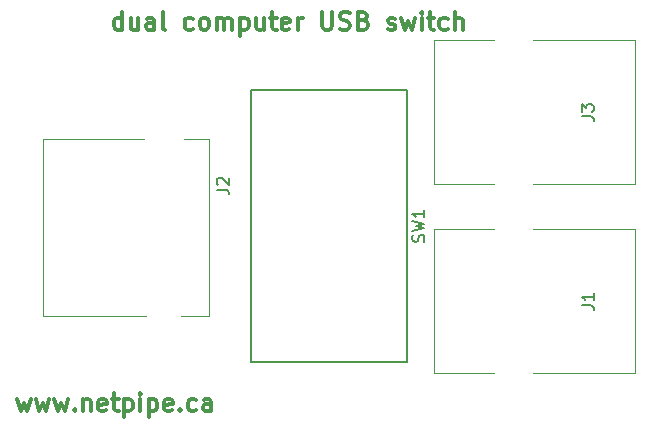
<source format=gbr>
G04 #@! TF.FileFunction,Legend,Top*
%FSLAX46Y46*%
G04 Gerber Fmt 4.6, Leading zero omitted, Abs format (unit mm)*
G04 Created by KiCad (PCBNEW 4.0.7) date Tue May  5 03:45:28 2020*
%MOMM*%
%LPD*%
G01*
G04 APERTURE LIST*
%ADD10C,0.100000*%
%ADD11C,0.300000*%
%ADD12C,0.120000*%
%ADD13C,0.150000*%
G04 APERTURE END LIST*
D10*
D11*
X101414285Y-120178571D02*
X101699999Y-121178571D01*
X101985713Y-120464286D01*
X102271428Y-121178571D01*
X102557142Y-120178571D01*
X102985714Y-120178571D02*
X103271428Y-121178571D01*
X103557142Y-120464286D01*
X103842857Y-121178571D01*
X104128571Y-120178571D01*
X104557143Y-120178571D02*
X104842857Y-121178571D01*
X105128571Y-120464286D01*
X105414286Y-121178571D01*
X105700000Y-120178571D01*
X106271429Y-121035714D02*
X106342857Y-121107143D01*
X106271429Y-121178571D01*
X106200000Y-121107143D01*
X106271429Y-121035714D01*
X106271429Y-121178571D01*
X106985715Y-120178571D02*
X106985715Y-121178571D01*
X106985715Y-120321429D02*
X107057143Y-120250000D01*
X107200001Y-120178571D01*
X107414286Y-120178571D01*
X107557143Y-120250000D01*
X107628572Y-120392857D01*
X107628572Y-121178571D01*
X108914286Y-121107143D02*
X108771429Y-121178571D01*
X108485715Y-121178571D01*
X108342858Y-121107143D01*
X108271429Y-120964286D01*
X108271429Y-120392857D01*
X108342858Y-120250000D01*
X108485715Y-120178571D01*
X108771429Y-120178571D01*
X108914286Y-120250000D01*
X108985715Y-120392857D01*
X108985715Y-120535714D01*
X108271429Y-120678571D01*
X109414286Y-120178571D02*
X109985715Y-120178571D01*
X109628572Y-119678571D02*
X109628572Y-120964286D01*
X109700000Y-121107143D01*
X109842858Y-121178571D01*
X109985715Y-121178571D01*
X110485715Y-120178571D02*
X110485715Y-121678571D01*
X110485715Y-120250000D02*
X110628572Y-120178571D01*
X110914286Y-120178571D01*
X111057143Y-120250000D01*
X111128572Y-120321429D01*
X111200001Y-120464286D01*
X111200001Y-120892857D01*
X111128572Y-121035714D01*
X111057143Y-121107143D01*
X110914286Y-121178571D01*
X110628572Y-121178571D01*
X110485715Y-121107143D01*
X111842858Y-121178571D02*
X111842858Y-120178571D01*
X111842858Y-119678571D02*
X111771429Y-119750000D01*
X111842858Y-119821429D01*
X111914286Y-119750000D01*
X111842858Y-119678571D01*
X111842858Y-119821429D01*
X112557144Y-120178571D02*
X112557144Y-121678571D01*
X112557144Y-120250000D02*
X112700001Y-120178571D01*
X112985715Y-120178571D01*
X113128572Y-120250000D01*
X113200001Y-120321429D01*
X113271430Y-120464286D01*
X113271430Y-120892857D01*
X113200001Y-121035714D01*
X113128572Y-121107143D01*
X112985715Y-121178571D01*
X112700001Y-121178571D01*
X112557144Y-121107143D01*
X114485715Y-121107143D02*
X114342858Y-121178571D01*
X114057144Y-121178571D01*
X113914287Y-121107143D01*
X113842858Y-120964286D01*
X113842858Y-120392857D01*
X113914287Y-120250000D01*
X114057144Y-120178571D01*
X114342858Y-120178571D01*
X114485715Y-120250000D01*
X114557144Y-120392857D01*
X114557144Y-120535714D01*
X113842858Y-120678571D01*
X115200001Y-121035714D02*
X115271429Y-121107143D01*
X115200001Y-121178571D01*
X115128572Y-121107143D01*
X115200001Y-121035714D01*
X115200001Y-121178571D01*
X116557144Y-121107143D02*
X116414287Y-121178571D01*
X116128573Y-121178571D01*
X115985715Y-121107143D01*
X115914287Y-121035714D01*
X115842858Y-120892857D01*
X115842858Y-120464286D01*
X115914287Y-120321429D01*
X115985715Y-120250000D01*
X116128573Y-120178571D01*
X116414287Y-120178571D01*
X116557144Y-120250000D01*
X117842858Y-121178571D02*
X117842858Y-120392857D01*
X117771429Y-120250000D01*
X117628572Y-120178571D01*
X117342858Y-120178571D01*
X117200001Y-120250000D01*
X117842858Y-121107143D02*
X117700001Y-121178571D01*
X117342858Y-121178571D01*
X117200001Y-121107143D01*
X117128572Y-120964286D01*
X117128572Y-120821429D01*
X117200001Y-120678571D01*
X117342858Y-120607143D01*
X117700001Y-120607143D01*
X117842858Y-120535714D01*
X110292857Y-88878571D02*
X110292857Y-87378571D01*
X110292857Y-88807143D02*
X110150000Y-88878571D01*
X109864286Y-88878571D01*
X109721428Y-88807143D01*
X109650000Y-88735714D01*
X109578571Y-88592857D01*
X109578571Y-88164286D01*
X109650000Y-88021429D01*
X109721428Y-87950000D01*
X109864286Y-87878571D01*
X110150000Y-87878571D01*
X110292857Y-87950000D01*
X111650000Y-87878571D02*
X111650000Y-88878571D01*
X111007143Y-87878571D02*
X111007143Y-88664286D01*
X111078571Y-88807143D01*
X111221429Y-88878571D01*
X111435714Y-88878571D01*
X111578571Y-88807143D01*
X111650000Y-88735714D01*
X113007143Y-88878571D02*
X113007143Y-88092857D01*
X112935714Y-87950000D01*
X112792857Y-87878571D01*
X112507143Y-87878571D01*
X112364286Y-87950000D01*
X113007143Y-88807143D02*
X112864286Y-88878571D01*
X112507143Y-88878571D01*
X112364286Y-88807143D01*
X112292857Y-88664286D01*
X112292857Y-88521429D01*
X112364286Y-88378571D01*
X112507143Y-88307143D01*
X112864286Y-88307143D01*
X113007143Y-88235714D01*
X113935715Y-88878571D02*
X113792857Y-88807143D01*
X113721429Y-88664286D01*
X113721429Y-87378571D01*
X116292857Y-88807143D02*
X116150000Y-88878571D01*
X115864286Y-88878571D01*
X115721428Y-88807143D01*
X115650000Y-88735714D01*
X115578571Y-88592857D01*
X115578571Y-88164286D01*
X115650000Y-88021429D01*
X115721428Y-87950000D01*
X115864286Y-87878571D01*
X116150000Y-87878571D01*
X116292857Y-87950000D01*
X117150000Y-88878571D02*
X117007142Y-88807143D01*
X116935714Y-88735714D01*
X116864285Y-88592857D01*
X116864285Y-88164286D01*
X116935714Y-88021429D01*
X117007142Y-87950000D01*
X117150000Y-87878571D01*
X117364285Y-87878571D01*
X117507142Y-87950000D01*
X117578571Y-88021429D01*
X117650000Y-88164286D01*
X117650000Y-88592857D01*
X117578571Y-88735714D01*
X117507142Y-88807143D01*
X117364285Y-88878571D01*
X117150000Y-88878571D01*
X118292857Y-88878571D02*
X118292857Y-87878571D01*
X118292857Y-88021429D02*
X118364285Y-87950000D01*
X118507143Y-87878571D01*
X118721428Y-87878571D01*
X118864285Y-87950000D01*
X118935714Y-88092857D01*
X118935714Y-88878571D01*
X118935714Y-88092857D02*
X119007143Y-87950000D01*
X119150000Y-87878571D01*
X119364285Y-87878571D01*
X119507143Y-87950000D01*
X119578571Y-88092857D01*
X119578571Y-88878571D01*
X120292857Y-87878571D02*
X120292857Y-89378571D01*
X120292857Y-87950000D02*
X120435714Y-87878571D01*
X120721428Y-87878571D01*
X120864285Y-87950000D01*
X120935714Y-88021429D01*
X121007143Y-88164286D01*
X121007143Y-88592857D01*
X120935714Y-88735714D01*
X120864285Y-88807143D01*
X120721428Y-88878571D01*
X120435714Y-88878571D01*
X120292857Y-88807143D01*
X122292857Y-87878571D02*
X122292857Y-88878571D01*
X121650000Y-87878571D02*
X121650000Y-88664286D01*
X121721428Y-88807143D01*
X121864286Y-88878571D01*
X122078571Y-88878571D01*
X122221428Y-88807143D01*
X122292857Y-88735714D01*
X122792857Y-87878571D02*
X123364286Y-87878571D01*
X123007143Y-87378571D02*
X123007143Y-88664286D01*
X123078571Y-88807143D01*
X123221429Y-88878571D01*
X123364286Y-88878571D01*
X124435714Y-88807143D02*
X124292857Y-88878571D01*
X124007143Y-88878571D01*
X123864286Y-88807143D01*
X123792857Y-88664286D01*
X123792857Y-88092857D01*
X123864286Y-87950000D01*
X124007143Y-87878571D01*
X124292857Y-87878571D01*
X124435714Y-87950000D01*
X124507143Y-88092857D01*
X124507143Y-88235714D01*
X123792857Y-88378571D01*
X125150000Y-88878571D02*
X125150000Y-87878571D01*
X125150000Y-88164286D02*
X125221428Y-88021429D01*
X125292857Y-87950000D01*
X125435714Y-87878571D01*
X125578571Y-87878571D01*
X127221428Y-87378571D02*
X127221428Y-88592857D01*
X127292856Y-88735714D01*
X127364285Y-88807143D01*
X127507142Y-88878571D01*
X127792856Y-88878571D01*
X127935714Y-88807143D01*
X128007142Y-88735714D01*
X128078571Y-88592857D01*
X128078571Y-87378571D01*
X128721428Y-88807143D02*
X128935714Y-88878571D01*
X129292857Y-88878571D01*
X129435714Y-88807143D01*
X129507143Y-88735714D01*
X129578571Y-88592857D01*
X129578571Y-88450000D01*
X129507143Y-88307143D01*
X129435714Y-88235714D01*
X129292857Y-88164286D01*
X129007143Y-88092857D01*
X128864285Y-88021429D01*
X128792857Y-87950000D01*
X128721428Y-87807143D01*
X128721428Y-87664286D01*
X128792857Y-87521429D01*
X128864285Y-87450000D01*
X129007143Y-87378571D01*
X129364285Y-87378571D01*
X129578571Y-87450000D01*
X130721428Y-88092857D02*
X130935714Y-88164286D01*
X131007142Y-88235714D01*
X131078571Y-88378571D01*
X131078571Y-88592857D01*
X131007142Y-88735714D01*
X130935714Y-88807143D01*
X130792856Y-88878571D01*
X130221428Y-88878571D01*
X130221428Y-87378571D01*
X130721428Y-87378571D01*
X130864285Y-87450000D01*
X130935714Y-87521429D01*
X131007142Y-87664286D01*
X131007142Y-87807143D01*
X130935714Y-87950000D01*
X130864285Y-88021429D01*
X130721428Y-88092857D01*
X130221428Y-88092857D01*
X132792856Y-88807143D02*
X132935713Y-88878571D01*
X133221428Y-88878571D01*
X133364285Y-88807143D01*
X133435713Y-88664286D01*
X133435713Y-88592857D01*
X133364285Y-88450000D01*
X133221428Y-88378571D01*
X133007142Y-88378571D01*
X132864285Y-88307143D01*
X132792856Y-88164286D01*
X132792856Y-88092857D01*
X132864285Y-87950000D01*
X133007142Y-87878571D01*
X133221428Y-87878571D01*
X133364285Y-87950000D01*
X133935714Y-87878571D02*
X134221428Y-88878571D01*
X134507142Y-88164286D01*
X134792857Y-88878571D01*
X135078571Y-87878571D01*
X135650000Y-88878571D02*
X135650000Y-87878571D01*
X135650000Y-87378571D02*
X135578571Y-87450000D01*
X135650000Y-87521429D01*
X135721428Y-87450000D01*
X135650000Y-87378571D01*
X135650000Y-87521429D01*
X136150000Y-87878571D02*
X136721429Y-87878571D01*
X136364286Y-87378571D02*
X136364286Y-88664286D01*
X136435714Y-88807143D01*
X136578572Y-88878571D01*
X136721429Y-88878571D01*
X137864286Y-88807143D02*
X137721429Y-88878571D01*
X137435715Y-88878571D01*
X137292857Y-88807143D01*
X137221429Y-88735714D01*
X137150000Y-88592857D01*
X137150000Y-88164286D01*
X137221429Y-88021429D01*
X137292857Y-87950000D01*
X137435715Y-87878571D01*
X137721429Y-87878571D01*
X137864286Y-87950000D01*
X138507143Y-88878571D02*
X138507143Y-87378571D01*
X139150000Y-88878571D02*
X139150000Y-88092857D01*
X139078571Y-87950000D01*
X138935714Y-87878571D01*
X138721429Y-87878571D01*
X138578571Y-87950000D01*
X138507143Y-88021429D01*
D12*
X145050000Y-117970000D02*
X153690000Y-117970000D01*
X136670000Y-117970000D02*
X141750000Y-117970000D01*
X145050000Y-105770000D02*
X153690000Y-105770000D01*
X136670000Y-105770000D02*
X141750000Y-105770000D01*
X153690000Y-105770000D02*
X153690000Y-117970000D01*
X136670000Y-117970000D02*
X136670000Y-105770000D01*
X117640000Y-113150000D02*
X115310000Y-113150000D01*
X117640000Y-98160000D02*
X115520000Y-98160000D01*
X117640000Y-113150000D02*
X117640000Y-98160000D01*
X103550000Y-113150000D02*
X103550000Y-98160000D01*
X112350000Y-113150000D02*
X103550000Y-113150000D01*
X112150000Y-98160000D02*
X103550000Y-98160000D01*
X145050000Y-101970000D02*
X153690000Y-101970000D01*
X136670000Y-101970000D02*
X141750000Y-101970000D01*
X145050000Y-89770000D02*
X153690000Y-89770000D01*
X136670000Y-89770000D02*
X141750000Y-89770000D01*
X153690000Y-89770000D02*
X153690000Y-101970000D01*
X136670000Y-101970000D02*
X136670000Y-89770000D01*
D13*
X134400000Y-94000000D02*
X121200000Y-94000000D01*
X134400000Y-117000000D02*
X121200000Y-117000000D01*
X121200000Y-94000000D02*
X121200000Y-117000000D01*
X134400000Y-94000000D02*
X134400000Y-117000000D01*
X149202381Y-112203333D02*
X149916667Y-112203333D01*
X150059524Y-112250953D01*
X150154762Y-112346191D01*
X150202381Y-112489048D01*
X150202381Y-112584286D01*
X150202381Y-111203333D02*
X150202381Y-111774762D01*
X150202381Y-111489048D02*
X149202381Y-111489048D01*
X149345238Y-111584286D01*
X149440476Y-111679524D01*
X149488095Y-111774762D01*
X118302381Y-102433333D02*
X119016667Y-102433333D01*
X119159524Y-102480953D01*
X119254762Y-102576191D01*
X119302381Y-102719048D01*
X119302381Y-102814286D01*
X118397619Y-102004762D02*
X118350000Y-101957143D01*
X118302381Y-101861905D01*
X118302381Y-101623809D01*
X118350000Y-101528571D01*
X118397619Y-101480952D01*
X118492857Y-101433333D01*
X118588095Y-101433333D01*
X118730952Y-101480952D01*
X119302381Y-102052381D01*
X119302381Y-101433333D01*
X149202381Y-96203333D02*
X149916667Y-96203333D01*
X150059524Y-96250953D01*
X150154762Y-96346191D01*
X150202381Y-96489048D01*
X150202381Y-96584286D01*
X149202381Y-95822381D02*
X149202381Y-95203333D01*
X149583333Y-95536667D01*
X149583333Y-95393809D01*
X149630952Y-95298571D01*
X149678571Y-95250952D01*
X149773810Y-95203333D01*
X150011905Y-95203333D01*
X150107143Y-95250952D01*
X150154762Y-95298571D01*
X150202381Y-95393809D01*
X150202381Y-95679524D01*
X150154762Y-95774762D01*
X150107143Y-95822381D01*
X135824762Y-106833333D02*
X135872381Y-106690476D01*
X135872381Y-106452380D01*
X135824762Y-106357142D01*
X135777143Y-106309523D01*
X135681905Y-106261904D01*
X135586667Y-106261904D01*
X135491429Y-106309523D01*
X135443810Y-106357142D01*
X135396190Y-106452380D01*
X135348571Y-106642857D01*
X135300952Y-106738095D01*
X135253333Y-106785714D01*
X135158095Y-106833333D01*
X135062857Y-106833333D01*
X134967619Y-106785714D01*
X134920000Y-106738095D01*
X134872381Y-106642857D01*
X134872381Y-106404761D01*
X134920000Y-106261904D01*
X134872381Y-105928571D02*
X135872381Y-105690476D01*
X135158095Y-105499999D01*
X135872381Y-105309523D01*
X134872381Y-105071428D01*
X135872381Y-104166666D02*
X135872381Y-104738095D01*
X135872381Y-104452381D02*
X134872381Y-104452381D01*
X135015238Y-104547619D01*
X135110476Y-104642857D01*
X135158095Y-104738095D01*
M02*

</source>
